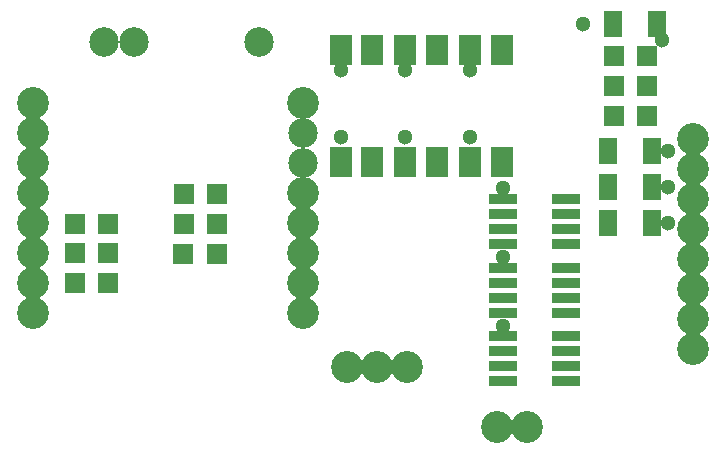
<source format=gbr>
%FSLAX34Y34*%
%MOMM*%
%LNSOLDERMASK_TOP*%
G71*
G01*
%ADD10C,2.700*%
%ADD11C,2.500*%
%ADD12C,1.300*%
%ADD13R,1.800X1.800*%
%ADD14R,1.500X2.200*%
%ADD15R,1.900X2.500*%
%ADD16R,2.400X0.900*%
%LPD*%
X39850Y304650D02*
G54D10*
D03*
X39850Y279250D02*
G54D10*
D03*
X39850Y253850D02*
G54D10*
D03*
X39850Y228450D02*
G54D10*
D03*
X39850Y203050D02*
G54D10*
D03*
X39850Y177650D02*
G54D10*
D03*
X39850Y152250D02*
G54D10*
D03*
X39850Y126850D02*
G54D10*
D03*
X268450Y304650D02*
G54D10*
D03*
X268450Y279250D02*
G54D11*
D03*
X268450Y253850D02*
G54D11*
D03*
X268450Y228450D02*
G54D10*
D03*
X268450Y203050D02*
G54D10*
D03*
X268450Y177650D02*
G54D10*
D03*
X268450Y152250D02*
G54D10*
D03*
X268450Y126850D02*
G54D10*
D03*
X125016Y355600D02*
G54D11*
D03*
X231378Y355600D02*
G54D11*
D03*
X571897Y357981D02*
G54D12*
D03*
X598091Y96044D02*
G54D10*
D03*
X598091Y121444D02*
G54D10*
D03*
X598091Y146844D02*
G54D10*
D03*
X598091Y172244D02*
G54D10*
D03*
X598091Y197644D02*
G54D10*
D03*
X598091Y223044D02*
G54D10*
D03*
X598091Y248444D02*
G54D10*
D03*
X598091Y273844D02*
G54D10*
D03*
X103172Y152250D02*
G54D13*
D03*
X75172Y152250D02*
G54D13*
D03*
X103172Y177253D02*
G54D13*
D03*
X75172Y177253D02*
G54D13*
D03*
X99616Y355600D02*
G54D11*
D03*
X457597Y29766D02*
G54D10*
D03*
X568235Y371131D02*
G54D14*
D03*
X530635Y371231D02*
G54D14*
D03*
X563857Y263821D02*
G54D14*
D03*
X526257Y263921D02*
G54D14*
D03*
X39850Y279250D02*
G54D12*
D03*
X505619Y371078D02*
G54D12*
D03*
X354666Y253917D02*
G54D15*
D03*
X381654Y253917D02*
G54D15*
D03*
X381654Y349092D02*
G54D15*
D03*
X354666Y349092D02*
G54D15*
D03*
X300038Y254075D02*
G54D15*
D03*
X327025Y254075D02*
G54D15*
D03*
X327025Y349250D02*
G54D15*
D03*
X300038Y349250D02*
G54D15*
D03*
X195062Y176867D02*
G54D13*
D03*
X167062Y176867D02*
G54D13*
D03*
X195458Y202267D02*
G54D13*
D03*
X167458Y202267D02*
G54D13*
D03*
X559491Y318987D02*
G54D13*
D03*
X531491Y318987D02*
G54D13*
D03*
X559491Y293587D02*
G54D13*
D03*
X531491Y293587D02*
G54D13*
D03*
X195855Y227667D02*
G54D13*
D03*
X167855Y227667D02*
G54D13*
D03*
X300038Y275109D02*
G54D12*
D03*
X354666Y275745D02*
G54D12*
D03*
X409832Y275348D02*
G54D12*
D03*
X598091Y223044D02*
G54D10*
D03*
X432197Y29766D02*
G54D10*
D03*
X559491Y344387D02*
G54D13*
D03*
X531491Y344387D02*
G54D13*
D03*
X409832Y253917D02*
G54D15*
D03*
X436820Y253917D02*
G54D15*
D03*
X436820Y349092D02*
G54D15*
D03*
X409832Y349092D02*
G54D15*
D03*
X300038Y332581D02*
G54D12*
D03*
X354666Y332423D02*
G54D12*
D03*
X409832Y332423D02*
G54D12*
D03*
X437301Y223282D02*
G54D16*
D03*
X437301Y210582D02*
G54D16*
D03*
X437301Y197882D02*
G54D16*
D03*
X437301Y185182D02*
G54D16*
D03*
X491301Y185182D02*
G54D16*
D03*
X491301Y197882D02*
G54D16*
D03*
X491301Y210582D02*
G54D16*
D03*
X491301Y223282D02*
G54D16*
D03*
X437301Y164941D02*
G54D16*
D03*
X437301Y152241D02*
G54D16*
D03*
X437301Y139542D02*
G54D16*
D03*
X437301Y126841D02*
G54D16*
D03*
X491301Y126841D02*
G54D16*
D03*
X491301Y139542D02*
G54D16*
D03*
X491301Y152241D02*
G54D16*
D03*
X491301Y164942D02*
G54D16*
D03*
X437301Y106601D02*
G54D16*
D03*
X437301Y93901D02*
G54D16*
D03*
X437301Y81201D02*
G54D16*
D03*
X437301Y68501D02*
G54D16*
D03*
X491301Y68501D02*
G54D16*
D03*
X491301Y81201D02*
G54D16*
D03*
X491301Y93901D02*
G54D16*
D03*
X491301Y106601D02*
G54D16*
D03*
X103172Y202256D02*
G54D13*
D03*
X75172Y202256D02*
G54D13*
D03*
X437301Y232013D02*
G54D12*
D03*
X437301Y173673D02*
G54D12*
D03*
X437301Y115332D02*
G54D12*
D03*
X563857Y233262D02*
G54D14*
D03*
X526257Y233362D02*
G54D14*
D03*
X563857Y202306D02*
G54D14*
D03*
X526257Y202406D02*
G54D14*
D03*
X577350Y202306D02*
G54D12*
D03*
X577350Y233262D02*
G54D12*
D03*
X577350Y263821D02*
G54D12*
D03*
X305197Y80566D02*
G54D10*
D03*
X330597Y80566D02*
G54D10*
D03*
X355997Y80566D02*
G54D10*
D03*
M02*

</source>
